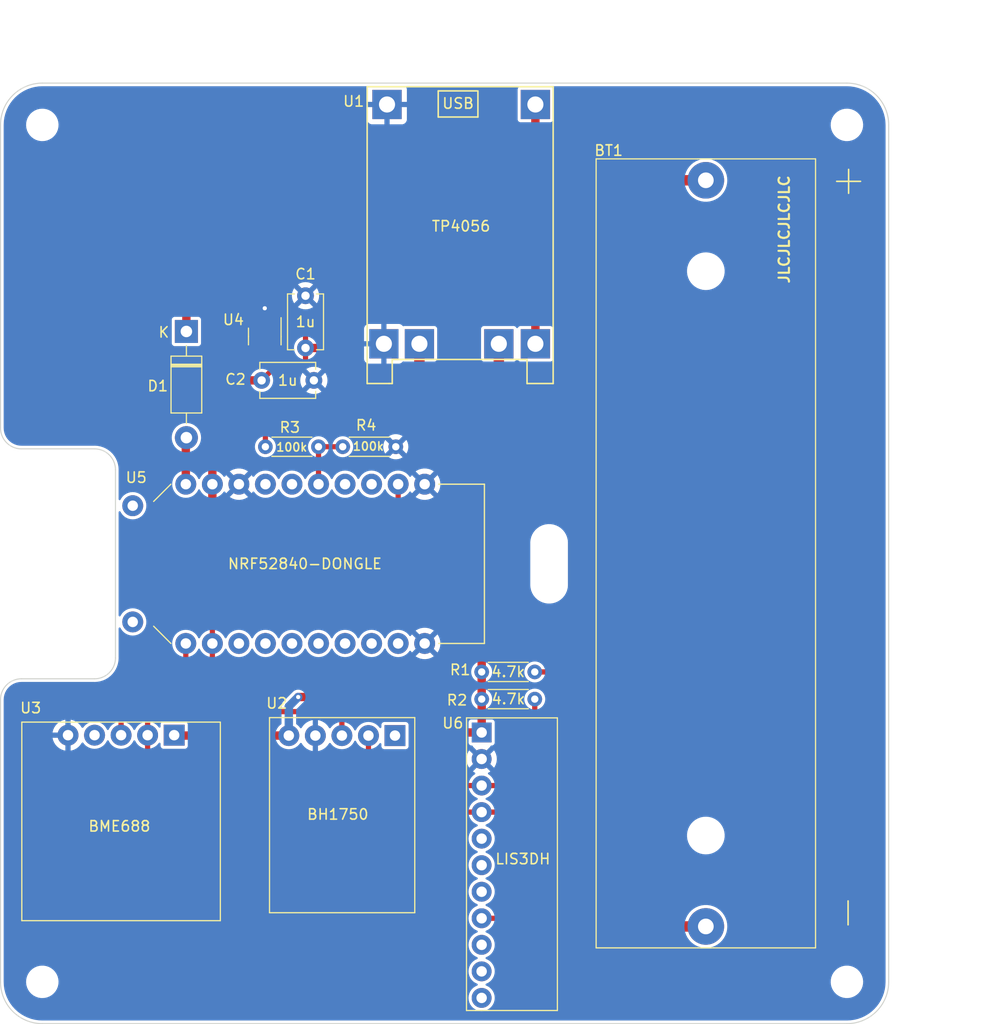
<source format=kicad_pcb>
(kicad_pcb (version 20211014) (generator pcbnew)
  (layers (0 "F.Cu" signal) (31 "B.Cu" power) (34 "B.Paste" user) (35 "F.Paste" user) (36 "B.SilkS" user "B.Silkscreen") (37 "F.SilkS" user "F.Silkscreen") (38 "B.Mask" user) (39 "F.Mask" user) (44 "Edge.Cuts" user))
  (net 0 "")
  (net 1 "VCC")
  (net 2 "GNDD")
  (net 3 "+3V0")
  (net 4 "Net-(D1-Pad1)")
  (net 5 "VBUS")
  (net 6 "/SDA")
  (net 7 "/SCL")
  (net 8 "Net-(R3-Pad2)")
  (net 14 "/INT1")
  (net 32 "Net-(BT1-Pad1)")
  (net 33 "Net-(BT1-Pad2)")
  (footprint "MountingHole:MountingHole_2.5mm" (layer "F.Cu") (at 104 146)
    (fp_text reference "H4" hide)
    (fp_text value "MountingHole" hide)
    (pad "" np_thru_hole circle locked (at 0 0) (size 2.5 2.5) (drill 2.5) (layers F&B.Cu *.Mask))
  )
  (footprint "MountingHole:MountingHole_2.5mm" (layer "F.Cu") (at 104 64)
    (fp_text reference "H1" hide)
    (fp_text value "MountingHole" hide)
    (pad "" np_thru_hole circle locked (at 0 0) (size 2.5 2.5) (drill 2.5) (layers F&B.Cu *.Mask))
  )
  (footprint "custom:Slot" (layer "F.Cu") (at 152.5 106)
    (fp_text reference "H5" hide)
    (fp_text value "MountingHole" hide)
    (pad "" np_thru_hole oval (at 0 0) (size 3 7) (drill oval 3 7) (layers F&B.Cu *.Mask))
  )
  (footprint "Capacitor_THT:C_Disc_D5.1mm_W3.2mm_P5.00mm" (layer "F.Cu") (at 124.988 88.446)
    (fp_text reference "C2" (at -2.5 -0.1) (layer "F.SilkS"))
    (fp_text value "1u" (at 2.5 0) (layer "F.SilkS"))
    (fp_line (start -0.17 -1.721) (end 5.17 -1.721) (layer "F.SilkS") (width 0.12))
    (fp_line (start -0.17 1.055) (end -0.17 1.721) (layer "F.SilkS") (width 0.12))
    (fp_line (start -0.17 -1.721) (end -0.17 -1.055) (layer "F.SilkS") (width 0.12))
    (fp_line (start 5.17 1.055) (end 5.17 1.721) (layer "F.SilkS") (width 0.12))
    (fp_line (start -0.17 1.721) (end 5.17 1.721) (layer "F.SilkS") (width 0.12))
    (fp_line (start 5.17 -1.721) (end 5.17 -1.055) (layer "F.SilkS") (width 0.12))
    (pad "1" thru_hole circle locked (at 0 0) (size 1.6 1.6) (drill 0.8) (layers F&B.Cu *.Mask) (net 3 "+3V0"))
    (pad "2" thru_hole circle locked (at 5 0) (size 1.6 1.6) (drill 0.8) (layers F&B.Cu *.Mask) (net 2 "GNDD"))
  )
  (footprint "Package_TO_SOT_SMD:SOT-23-5" (layer "F.Cu") (at 125.288 84.246 -90)
    (fp_text reference "U4" (at -1.6 3) (layer "F.SilkS"))
    (fp_text value "BU30TD3WG" hide)
    (fp_line (start 0 -1.56) (end -1.8 -1.56) (layer "F.SilkS") (width 0.12))
    (fp_line (start 0 1.56) (end -0.8 1.56) (layer "F.SilkS") (width 0.12))
    (fp_line (start 0 -1.56) (end 0.8 -1.56) (layer "F.SilkS") (width 0.12))
    (fp_line (start 0 1.56) (end 0.8 1.56) (layer "F.SilkS") (width 0.12))
    (pad "1" smd roundrect locked (at -1.1375 -0.95 270) (size 1.325 0.6) (layers "F.Cu" "F.Paste" "F.Mask") (net 1 "VCC"))
    (pad "2" smd roundrect locked (at -1.1375 0 270) (size 1.325 0.6) (layers "F.Cu" "F.Paste" "F.Mask") (net 2 "GNDD"))
    (pad "3" smd roundrect locked (at -1.1375 0.95 270) (size 1.325 0.6) (layers "F.Cu" "F.Paste" "F.Mask") (net 1 "VCC"))
    (pad "4" smd roundrect locked (at 1.1375 0.95 270) (size 1.325 0.6) (layers "F.Cu" "F.Paste" "F.Mask"))
    (pad "5" smd roundrect locked (at 1.1375 -0.95 270) (size 1.325 0.6) (layers "F.Cu" "F.Paste" "F.Mask") (net 3 "+3V0"))
  )
  (footprint "custom:LIS3DH" (layer "F.Cu") (at 153.293 120.741 -90)
    (fp_text reference "U6" (at 0.505 10.005 unlocked) (layer "F.SilkS"))
    (fp_text value "LIS3DH" (at 13.505 3.305 unlocked) (layer "F.SilkS"))
    (fp_line (start 28 8.7) (end 28 0) (layer "F.SilkS") (width 0.12))
    (fp_line (start 0 8.7) (end 28 8.7) (layer "F.SilkS") (width 0.12))
    (fp_line (start 0 0) (end 28 0) (layer "F.SilkS") (width 0.12))
    (fp_line (start 0 0) (end 0 8.7) (layer "F.SilkS") (width 0.12))
    (pad "1" thru_hole rect locked (at 1.397 7.25) (size 1.9 1.9) (drill 1) (layers *.Cu *.Mask) (net 3 "+3V0"))
    (pad "2" thru_hole circle locked (at 3.937 7.25) (size 1.9 1.9) (drill 1) (layers *.Cu *.Mask) (net 2 "GNDD"))
    (pad "3" thru_hole circle locked (at 6.477 7.25) (size 1.9 1.9) (drill 1) (layers *.Cu *.Mask) (net 7 "/SCL"))
    (pad "4" thru_hole circle locked (at 9.017 7.25) (size 1.9 1.9) (drill 1) (layers *.Cu *.Mask) (net 6 "/SDA"))
    (pad "5" thru_hole circle locked (at 11.557 7.25) (size 1.9 1.9) (drill 1) (layers *.Cu *.Mask))
    (pad "6" thru_hole circle locked (at 14.097 7.25) (size 1.9 1.9) (drill 1) (layers *.Cu *.Mask))
    (pad "7" thru_hole circle locked (at 16.637 7.25) (size 1.9 1.9) (drill 1) (layers *.Cu *.Mask))
    (pad "8" thru_hole circle locked (at 19.177 7.25) (size 1.9 1.9) (drill 1) (layers *.Cu *.Mask) (net 14 "/INT1"))
    (pad "9" thru_hole circle locked (at 21.717 7.25) (size 1.9 1.9) (drill 1) (layers *.Cu *.Mask))
    (pad "10" thru_hole circle locked (at 24.257 7.25) (size 1.9 1.9) (drill 1) (layers *.Cu *.Mask))
    (pad "11" thru_hole circle locked (at 26.797 7.25) (size 1.9 1.9) (drill 1) (layers *.Cu *.Mask))
  )
  (footprint "custom:BH1750" (layer "F.Cu") (at 139.643 139.3855 180)
    (fp_text reference "U2" (at 13.205 20.0395 unlocked) (layer "F.SilkS"))
    (fp_text value "BH1750" (at 7.363 9.409 unlocked) (layer "F.SilkS"))
    (fp_line (start 13.9 0) (end 13.9 18.669) (layer "F.SilkS") (width 0.12))
    (fp_line (start 0 0) (end 0 18.669) (layer "F.SilkS") (width 0.12))
    (fp_line (start 0 0) (end 13.9 0) (layer "F.SilkS") (width 0.12))
    (fp_line (start 0 18.669) (end 13.9 18.669) (layer "F.SilkS") (width 0.12))
    (pad "1" thru_hole rect locked (at 1.893 16.95 270) (size 2 2) (drill 1) (layers *.Cu *.Mask))
    (pad "2" thru_hole oval locked (at 4.433 16.95 270) (size 2 2) (drill 1) (layers *.Cu *.Mask) (net 6 "/SDA"))
    (pad "3" thru_hole oval locked (at 6.973 16.95 270) (size 2 2) (drill 1) (layers *.Cu *.Mask) (net 7 "/SCL"))
    (pad "4" thru_hole oval locked (at 9.513 16.95 270) (size 2 2) (drill 1) (layers *.Cu *.Mask) (net 2 "GNDD"))
    (pad "5" thru_hole oval locked (at 12.053 16.95 270) (size 2 2) (drill 1) (layers *.Cu *.Mask) (net 3 "+3V0"))
  )
  (footprint "custom:BHC-18650-1P" (layer "F.Cu") (at 167.5 105 -90)
    (fp_text reference "BT1" (at -38.55 9.3 unlocked) (layer "F.SilkS"))
    (fp_text value "3.7V Li-ion")
    (fp_text user "+" (at -35.6 -13.9 -90 unlocked) (layer "F.SilkS") (effects (font (size 3 3))))
    (fp_text user "-" (at 34.4 -13.85 -90 unlocked) (layer "F.SilkS") (effects (font (size 3 3))))
    (fp_line (start -37.75 10.5) (end -37.75 -10.5) (layer "F.SilkS") (width 0.12))
    (fp_line (start -37.75 -10.5) (end 37.75 -10.5) (layer "F.SilkS") (width 0.12))
    (fp_line (start 37.75 10.5) (end 37.75 -10.5) (layer "F.SilkS") (width 0.12))
    (fp_line (start -37.75 10.5) (end 37.75 10.5) (layer "F.SilkS") (width 0.12))
    (pad "" np_thru_hole circle (at -27 0 270) (size 3 3) (drill 3) (layers F&B.Cu *.Mask))
    (pad "" np_thru_hole circle (at 27 0 270) (size 3 3) (drill 3) (layers F&B.Cu *.Mask))
    (pad "1" thru_hole oval (at -35.7 0 270) (size 3.5 3.5) (drill 1.5) (layers *.Cu *.Mask) (net 32 "Net-(BT1-Pad1)"))
    (pad "2" thru_hole oval (at 35.7 0 270) (size 3.5 3.5) (drill 1.5) (layers *.Cu *.Mask) (net 33 "Net-(BT1-Pad2)"))
  )
  (footprint "MountingHole:MountingHole_2.5mm" (layer "F.Cu") (at 181 146)
    (fp_text reference "H3" hide)
    (fp_text value "MountingHole" hide)
    (pad "" np_thru_hole circle locked (at 0 0) (size 2.5 2.5) (drill 2.5) (layers F&B.Cu *.Mask))
  )
  (footprint "Resistor_THT:R_Axial_DIN0204_L3.6mm_D1.6mm_P5.08mm_Horizontal" (layer "F.Cu") (at 151.128 118.946 180)
    (fp_text reference "R2" (at 7.44 -0.1 180) (layer "F.SilkS"))
    (fp_text value "4.7k" (at 2.526 0.012) (layer "F.SilkS"))
    (fp_line (start 0.62 -0.92) (end 4.46 -0.92) (layer "F.SilkS") (width 0.12))
    (fp_line (start 0.62 0.92) (end 4.46 0.92) (layer "F.SilkS") (width 0.12))
    (pad "1" thru_hole circle locked (at 0 0 180) (size 1.4 1.4) (drill 0.7) (layers *.Cu *.Mask) (net 7 "/SCL"))
    (pad "2" thru_hole oval locked (at 5.08 0 180) (size 1.4 1.4) (drill 0.7) (layers *.Cu *.Mask) (net 3 "+3V0"))
  )
  (footprint "MountingHole:MountingHole_2.5mm" (layer "F.Cu") (at 181 64)
    (fp_text reference "H2" hide)
    (fp_text value "MountingHole" hide)
    (pad "" np_thru_hole circle locked (at 0 0) (size 2.5 2.5) (drill 2.5) (layers F&B.Cu *.Mask))
  )
  (footprint "LOGO" (layer "F.Cu") (at 108.5 81 90)
    (fp_text reference "G***" hide)
    (fp_text value "LOGO" hide)
    (fp_poly (pts (xy -2.922594 -2.758074) (xy -2.675187 -2.928295) (xy -2.472794 -3.052527) (xy -2.247305 -3.169709) (xy -2.157091 -3.209822) (xy -2.102394 -3.231309) (xy -2.04506 -3.24988) (xy -1.977224 -3.265785) (xy -1.89102 -3.279272) (xy -1.778584 -3.29059) (xy -1.632051 -3.299988) (xy -1.443555 -3.307714) (xy -1.205231 -3.314018) (xy -0.909213 -3.319147) (xy -0.547638 -3.323351) (xy -0.11264 -3.326879) (xy 0.403647 -3.329979) (xy 1.009087 -3.3329) (xy 1.711546 -3.33589) (xy 1.846548 -3.336445) (xy 5.579498 -3.351761) (xy 5.579498 -0.690972) (xy 5.846631 -0.882888) (xy 5.995273 -0.984915) (xy 6.137142 -1.067652) (xy 6.285265 -1.133098) (xy 6.452667 -1.183256) (xy 6.652372 -1.220127) (xy 6.897406 -1.245712) (xy 7.200795 -1.262013) (xy 7.575564 -1.271031) (xy 8.034738 -1.274768) (xy 8.40055 -1.275314) (xy 10.043096 -1.275314) (xy 10.042694 1.049477) (xy 10.041809 1.676638) (xy 10.038866 2.207705) (xy 10.03309 2.652854) (xy 10.0237 3.022262) (xy 10.00992 3.326101) (xy 9.990971 3.57455) (xy 9.966075 3.777781) (xy 9.934454 3.945972) (xy 9.895329 4.089297) (xy 9.847923 4.217931) (xy 9.791458 4.342051) (xy 9.790797 4.343401) (xy 9.609352 4.625099) (xy 9.356115 4.899635) (xy 9.063172 5.137398) (xy 8.762609 5.308779) (xy 8.729766 5.322587) (xy 8.659571 5.350268) (xy 8.591422 5.373546) (xy 8.515772 5.39286) (xy 8.423074 5.408651) (xy 8.303782 5.421359) (xy 8.148351 5.431423) (xy 7.947232 5.439283) (xy 7.690881 5.445379) (xy 7.36975 5.450152) (xy 6.974294 5.45404) (xy 6.494965 5.457485) (xy 5.922218 5.460925) (xy 5.700101 5.462197) (xy 2.977817 5.477741) (xy 2.949163 3.170971) (xy 2.612041 3.102236) (xy 2.18698 2.979408) (xy 1.827231 2.791804) (xy 1.531765 2.551662) (xy 1.277304 2.306394) (xy 1.10361 2.564288) (xy 0.954144 2.744207) (xy 0.756526 2.927751) (xy 0.619019 3.031333) (xy 0.500396 3.110399) (xy 0.392212 3.177296) (xy 0.284769 3.233041) (xy 0.168366 3.278651) (xy 0.033305 3.315142) (xy -0.130114 3.343532) (xy -0.331591 3.364838) (xy -0.580824 3.380076) (xy -0.887514 3.390263) (xy -1.26136 3.396415) (xy -1.71206 3.399551) (xy -2.249316 3.400686) (xy -2.882825 3.400837) (xy -5.579498 3.400837) (xy -5.579498 0.797248) (xy -5.831904 0.978084) (xy -5.974974 1.076746) (xy -6.109336 1.156562) (xy -6.248082 1.219518) (xy -6.404303 1.2676) (xy -6.591093 1.302795) (xy -6.821543 1.32709) (xy -7.108745 1.34247) (xy -7.465791 1.350923) (xy -7.905774 1.354434) (xy -8.316109 1.355021) (xy -9.963389 1.355021) (xy -9.966955 0.803603) (xy -9.40544 0.803603) (xy -8.037134 0.787052) (xy -7.615333 0.781391) (xy -7.285378 0.775067) (xy -7.03284 0.766922) (xy -6.84329 0.755799) (xy -6.702299 0.740539) (xy -6.595438 0.719986) (xy -6.508278 0.692981) (xy -6.426391 0.658367) (xy -6.424957 0.657705) (xy -6.095152 0.44856) (xy -5.830588 0.163139) (xy -5.643024 -0.182996) (xy -5.5566 -0.491527) (xy -5.521544 -0.690795) (xy -6.609487 -0.690795) (xy -7.006659 -0.692151) (xy -7.310103 -0.698164) (xy -7.532352 -0.711753) (xy -7.685943 -0.735838) (xy -7.783407 -0.773338) (xy -7.83728 -0.827171) (xy -7.860095 -0.900256) (xy -7.864435 -0.983054) (xy -7.858606 -1.07558) (xy -7.832759 -1.146263) (xy -7.774356 -1.198025) (xy -7.670859 -1.233789) (xy -7.509729 -1.256477) (xy -7.278428 -1.26901) (xy -6.964419 -1.274311) (xy -6.610396 -1.275314) (xy -5.523361 -1.275314) (xy -5.538145 -2.005962) (xy -5.552929 -2.736611) (xy -6.638176 -2.751025) (xy -7.049204 -2.759394) (xy -7.376994 -2.772266) (xy -7.615162 -2.789237) (xy -7.757323 -2.809906) (xy -7.793929 -2.823954) (xy -7.850449 -2.928628) (xy -7.860299 -3.073382) (xy -7.822552 -3.202369) (xy -7.80067 -3.230795) (xy -7.745006 -3.252121) (xy -7.620483 -3.268707) (xy -7.419369 -3.280896) (xy -7.133932 -3.289032) (xy -6.756438 -3.293458) (xy -6.365942 -3.29456) (xy -4.994979 -3.29456) (xy -4.994979 2.816318) (xy -2.64362 2.816022) (xy -2.044032 2.814659) (xy -1.511768 2.810826) (xy -1.053402 2.804664) (xy -0.675513 2.796317) (xy -0.384677 2.785926) (xy -0.18747 2.773635) (xy -0.094334 2.760757) (xy 0.160844 2.646258) (xy 0.415289 2.456091) (xy 0.637113 2.216193) (xy 0.716225 2.101468) (xy 0.876778 1.841961) (xy 0.908716 -0.690795) (xy -0.15673 -0.690795) (xy -0.520871 -0.691433) (xy -0.793855 -0.694261) (xy -0.990797 -0.700651) (xy -1.126812 -0.711973) (xy -1.217016 -0.729599) (xy -1.276524 -0.754898) (xy -1.320453 -0.789243) (xy -1.328452 -0.797071) (xy -1.42119 -0.932331) (xy -1.410448 -1.06072) (xy -1.328452 -1.169037) (xy -1.290742 -1.201602) (xy -1.242042 -1.226747) (xy -1.169223 -1.245428) (xy -1.059155 -1.2586) (xy -0.898711 -1.267218) (xy -0.67476 -1.272237) (xy -0.374174 -1.274611) (xy 0.016177 -1.275295) (xy 0.132845 -1.275314) (xy 1.487866 -1.275314) (xy 1.487866 0.024576) (xy 1.489972 0.498445) (xy 1.498269 0.880199) (xy 1.515721 1.183948) (xy 1.545295 1.423804) (xy 1.589956 1.61388) (xy 1.652669 1.768286) (xy 1.736401 1.901134) (xy 1.844116 2.026535) (xy 1.925747 2.108182) (xy 2.125911 2.285321) (xy 2.3123 2.405325) (xy 2.51598 2.480227) (xy 2.768019 2.522059) (xy 3.042154 2.540543) (xy 3.560251 2.562988) (xy 3.560251 4.892798) (xy 5.964749 4.877466) (xy 6.533011 4.873722) (xy 7.00497 4.870058) (xy 7.390597 4.865972) (xy 7.699863 4.860959) (xy 7.942739 4.854518) (xy 8.129196 4.846144) (xy 8.269205 4.835335) (xy 8.372737 4.821587) (xy 8.449764 4.804399) (xy 8.510257 4.783265) (xy 8.564186 4.757685) (xy 8.587988 4.745113) (xy 8.882554 4.558238) (xy 9.100128 4.34489) (xy 9.269956 4.075795) (xy 9.283163 4.049339) (xy 9.432008 3.746234) (xy 9.432008 1.355021) (xy 8.346761 1.340607) (xy 7.935733 1.332238) (xy 7.607943 1.319366) (xy 7.369775 1.302394) (xy 7.227614 1.281726) (xy 7.191008 1.267678) (xy 7.134285 1.162723) (xy 7.124867 1.018613) (xy 7.162756 0.891357) (xy 7.191008 0.857845) (xy 7.272329 0.835147) (xy 7.453499 0.815903) (xy 7.728132 0.800516) (xy 8.089844 0.78939) (xy 8.346761 0.784916) (xy 9.432008 0.770502) (xy 9.446813 0.036674) (xy 9.461618 -0.697155) (xy 8.038654 -0.68069) (xy 7.574074 -0.674487) (xy 7.201881 -0.66558) (xy 6.908186 -0.65063) (xy 6.6791 -0.626298) (xy 6.500737 -0.589246) (xy 6.359208 -0.536135) (xy 6.240624 -0.463626) (xy 6.131098 -0.368382) (xy 6.016741 -0.247063) (xy 5.957689 -0.180444) (xy 5.842738 -0.039545) (xy 5.753401 0.100948) (xy 5.686541 0.256719) (xy 5.639021 0.443453) (xy 5.607703 0.676835) (xy 5.589449 0.97255) (xy 5.581121 1.346282) (xy 5.579498 1.710063) (xy 5.579498 2.816318) (xy 6.630436 2.816318) (xy 7.035846 2.818511) (xy 7.347136 2.826917) (xy 7.576408 2.844275) (xy 7.73576 2.873327) (xy 7.837293 2.916811) (xy 7.893106 2.977469) (xy 7.915301 3.058039) (xy 7.917573 3.107795) (xy 7.913637 3.192937) (xy 7.894193 3.259773) (xy 7.847784 3.310515) (xy 7.762955 3.347373) (xy 7.628249 3.37256) (xy 7.432211 3.388288) (xy 7.163386 3.396769) (xy 6.810316 3.400214) (xy 6.399774 3.400837) (xy 5.04898 3.400837) (xy 5.021548 -2.736611) (xy 4.290899 -2.751395) (xy 3.560251 -2.766179) (xy 3.560251 -0.855168) (xy 3.558882 -0.399203) (xy 3.554981 0.022922) (xy 3.548849 0.398793) (xy 3.540794 0.715996) (xy 3.531117 0.96212) (xy 3.520125 1.124751) (xy 3.510157 1.187601) (xy 3.414126 1.318497) (xy 3.27354 1.361522) (xy 3.112955 1.30954) (xy 3.105975 1.305065) (xy 2.975732 1.219726) (xy 2.975732 -2.768216) (xy 0.571234 -2.752414) (xy -1.833264 -2.736611) (xy -2.10628 -2.592606) (xy -2.302315 -2.46608) (xy -2.49227 -2.307126) (xy -2.568354 -2.227728) (xy -2.675625 -2.093608) (xy -2.758984 -1.961751) (xy -2.821389 -1.816585) (xy -2.865795 -1.642539) (xy -2.895161 -1.424039) (xy -2.912445 -1.145515) (xy -2.920603 -0.791393) (xy -2.922594 -0.3625) (xy -2.922594 0.797071) (xy -1.83706 0.797071) (xy -1.460839 0.798183) (xy -1.17689 0.802182) (xy -0.971224 0.81007) (xy -0.829855 0.822844) (xy -0.738793 0.841504) (xy -0.684052 0.86705) (xy -0.668022 0.880574) (xy -0.591513 1.013014) (xy -0.612942 1.169326) (xy -0.639527 1.225669) (xy -0.661032 1.256613) (xy -0.696666 1.280644) (xy -0.758809 1.298631) (xy -0.859839 1.311446) (xy -1.012135 1.31996) (xy -1.228075 1.325042) (xy -1.520037 1.327564) (xy -1.900401 1.328397) (xy -2.100824 1.328452) (xy -3.507113 1.328452) (xy -3.507113 -4.782427) (xy -5.885042 -4.781907) (xy -8.262971 -4.781388) (xy -8.528661 -4.657114) (xy -8.718832 -4.543626) (xy -8.916181 -4.3885) (xy -9.016631 -4.290713) (xy -9.106619 -4.18959) (xy -9.181539 -4.092709) (xy -9.24277 -3.989611) (xy -9.291691 -3.869836) (xy -9.329682 -3.722926) (xy -9.358121 -3.538422) (xy -9.378388 -3.305864) (xy -9.391863 -3.014793) (xy -9.399923 -2.65475) (xy -9.403948 -2.215277) (xy -9.405318 -1.685914) (xy -9.40544 -1.34211) (xy -9.40544 0.803603) (xy -9.966955 0.803603) (xy -9.97851 -0.983054) (xy -9.981361 -1.670357) (xy -9.980438 -2.262126) (xy -9.975774 -2.756334) (xy -9.967401 -3.150954) (xy -9.955354 -3.443957) (xy -9.939664 -3.633317) (xy -9.934834 -3.66626) (xy -9.806832 -4.11648) (xy -9.587721 -4.51489) (xy -9.282662 -4.854698) (xy -8.896816 -5.129111) (xy -8.77422 -5.193688) (xy -8.475523 -5.340376) (xy -5.699059 -5.355466) (xy -2.922594 -5.370555)) (layer "F.Cu") (width 0) (fill solid))
  )
  (footprint "Resistor_THT:R_Axial_DIN0204_L3.6mm_D1.6mm_P5.08mm_Horizontal" (layer "F.Cu") (at 137.828 94.796 180)
    (fp_text reference "R4" (at 2.84 2.05 180) (layer "F.SilkS"))
    (fp_text value "100k" (at 2.63 0.036 180) (layer "F.SilkS") (effects (font (size 0.8 0.8))))
    (fp_line (start 0.62 0.92) (end 4.46 0.92) (layer "F.SilkS") (width 0.12))
    (fp_line (start 0.62 -0.92) (end 4.46 -0.92) (layer "F.SilkS") (width 0.12))
    (pad "1" thru_hole circle locked (at 0 0 180) (size 1.4 1.4) (drill 0.7) (layers *.Cu *.Mask) (net 2 "GNDD"))
    (pad "2" thru_hole oval locked (at 5.08 0 180) (size 1.4 1.4) (drill 0.7) (layers *.Cu *.Mask) (net 8 "Net-(R3-Pad2)"))
  )
  (footprint "Resistor_THT:R_Axial_DIN0204_L3.6mm_D1.6mm_P5.08mm_Horizontal" (layer "F.Cu") (at 125.348 94.796)
    (fp_text reference "R3" (at 2.34 -1.85) (layer "F.SilkS"))
    (fp_text value "100k" (at 2.52 0.05) (layer "F.SilkS") (effects (font (size 0.8 0.8))))
    (fp_line (start 0.62 0.92) (end 4.46 0.92) (layer "F.SilkS") (width 0.12))
    (fp_line (start 0.62 -0.92) (end 4.46 -0.92) (layer "F.SilkS") (width 0.12))
    (pad "1" thru_hole circle locked (at 0 0) (size 1.4 1.4) (drill 0.7) (layers *.Cu *.Mask) (net 1 "VCC"))
    (pad "2" thru_hole oval locked (at 5.08 0) (size 1.4 1.4) (drill 0.7) (layers *.Cu *.Mask) (net 8 "Net-(R3-Pad2)"))
  )
  (footprint "custom:MODULE_NRF52840-DONGLE" (layer "F.Cu") (at 123.288 106 180)
    (fp_text reference "U5" (at 10.3 8.254) (layer "F.SilkS"))
    (fp_text value "NRF52840-DONGLE" (at -5.842 0) (layer "F.SilkS"))
    (fp_line (start -23.02 7.62) (end -18.65 7.62) (layer "F.SilkS") (width 0.127))
    (fp_line (start 6.985 -7.62) (end 8.636 -5.969) (layer "F.SilkS") (width 0.12))
    (fp_line (start -23.02 -7.62) (end -23.02 7.62) (layer "F.SilkS") (width 0.127))
    (fp_line (start 6.985 7.62) (end 8.636 5.969) (layer "F.SilkS") (width 0.12))
    (fp_line (start -18.65 -7.62) (end -23.02 -7.62) (layer "F.SilkS") (width 0.127))
    (pad "0.02" thru_hole circle locked (at -7.145 7.62 180) (size 2 2) (drill 1) (layers F&B.Cu *.Mask) (net 8 "Net-(R3-Pad2)"))
    (pad "0.09" thru_hole circle locked (at -12.225 -7.62 180) (size 2 2) (drill 1) (layers F&B.Cu *.Mask))
    (pad "0.10" thru_hole circle locked (at -14.765 -7.62 180) (size 2 2) (drill 1) (layers F&B.Cu *.Mask))
    (pad "0.13" thru_hole circle locked (at 5.555 -7.62 180) (size 2 2) (drill 1) (layers F&B.Cu *.Mask) (net 6 "/SDA"))
    (pad "0.15" thru_hole circle locked (at 3.015 -7.62 180) (size 2 2) (drill 1) (layers F&B.Cu *.Mask) (net 7 "/SCL"))
    (pad "0.17" thru_hole circle locked (at 0.475 -7.62 180) (size 2 2) (drill 1) (layers F&B.Cu *.Mask))
    (pad "0.20" thru_hole circle locked (at -2.065 -7.62 180) (size 2 2) (drill 1) (layers F&B.Cu *.Mask))
    (pad "0.22" thru_hole circle locked (at -4.605 -7.62 180) (size 2 2) (drill 1) (layers F&B.Cu *.Mask))
    (pad "0.24" thru_hole circle locked (at -7.145 -7.62 180) (size 2 2) (drill 1) (layers F&B.Cu *.Mask))
    (pad "0.29" thru_hole circle locked (at -4.605 7.62 180) (size 2 2) (drill 1) (layers F&B.Cu *.Mask))
    (pad "0.31" thru_hole circle locked (at -2.065 7.62 180) (size 2 2) (drill 1) (layers F&B.Cu *.Mask))
    (pad "1.00" thru_hole circle locked (at -9.685 -7.62 180) (size 2 2) (drill 1) (layers F&B.Cu *.Mask))
    (pad "1.10" thru_hole circle locked (at -14.765 7.62 180) (size 2 2) (drill 1) (layers F&B.Cu *.Mask) (net 14 "/INT1"))
    (pad "1.13" thru_hole circle locked (at -12.225 7.62 180) (size 2 2) (drill 1) (layers F&B.Cu *.Mask))
    (pad "1.15" thru_hole circle locked (at -9.685 7.62 180) (size 2 2) (drill 1) (layers F&B.Cu *.Mask))
    (pad "G1" thru_hole circle locked (at -17.305 -7.62 180) (size 2 2) (drill 1) (layers F&B.Cu *.Mask) (net 2 "GNDD"))
    (pad "G2" thru_hole circle locked (at -17.305 7.62 180) (size 2 2) (drill 1) (layers F&B.Cu *.Mask) (net 2 "GNDD"))
    (pad "G3" thru_hole circle locked (at 0.475 7.62 180) (size 2 2) (drill 1) (layers F&B.Cu *.Mask) (net 2 "GNDD"))
    (pad "OUT" thru_hole circle locked (at 3.015 7.62 180) (size 2 2) (drill 1) (layers F&B.Cu *.Mask) (net 3 "+3V0"))
    (pad "SWDCLK" thru_hole circle locked (at 10.635 5.56 180) (size 2 2) (drill 1) (layers F&B.Cu *.Mask))
    (pad "SWDIO" thru_hole circle locked (at 10.635 -5.56 180) (size 2 2) (drill 1) (layers F&B.Cu *.Mask))
    (pad "VBUS" thru_hole circle locked (at 5.555 7.62 180) (size 2 2) (drill 1) (layers F&B.Cu *.Mask) (net 5 "VBUS"))
  )
  (footprint "custom:BME688" (layer "F.Cu") (at 111.538 130.646 180)
    (fp_text reference "U3" (at 8.65 10.85 unlocked) (layer "F.SilkS"))
    (fp_text value "BME688" (at 0.16 -0.47 unlocked) (layer "F.SilkS"))
    (fp_line (start -9.5 9.5) (end 9.5 9.5) (layer "F.SilkS") (width 0.12))
    (fp_line (start -9.5 -9.5) (end 9.5 -9.5) (layer "F.SilkS") (width 0.12))
    (fp_line (start -9.5 -9.5) (end -9.5 9.5) (layer "F.SilkS") (width 0.12))
    (fp_line (start 9.5 -9.5) (end 9.5 9.5) (layer "F.SilkS") (width 0.12))
    (pad "1" thru_hole rect locked (at -5.08 8.25 270) (size 2 2) (drill 1) (layers *.Cu *.Mask) (net 3 "+3V0"))
    (pad "2" thru_hole oval locked (at -2.54 8.25 270) (size 2 2) (drill 1) (layers *.Cu *.Mask) (net 6 "/SDA"))
    (pad "3" thru_hole oval locked (at 0 8.25 270) (size 2 2) (drill 1) (layers *.Cu *.Mask) (net 7 "/SCL"))
    (pad "4" thru_hole oval locked (at 2.54 8.25 270) (size 2 2) (drill 1) (layers *.Cu *.Mask))
    (pad "5" thru_hole oval locked (at 5.08 8.25 270) (size 2 2) (drill 1) (layers *.Cu *.Mask) (net 2 "GNDD"))
  )
  (footprint "custom:TP4056-18650" (layer "F.Cu") (at 152.888 60.346 -90)
    (fp_text reference "U1" (at 1.4 19.09) (layer "F.SilkS"))
    (fp_text value "TP4056" (at 13.3505 8.8125) (layer "F.SilkS"))
    (fp_text user "USB" (at 1.6 9.1) (layer "F.SilkS"))
    (fp_line (start 28.4 15.4) (end 28.4 15.7) (layer "F.SilkS") (width 0.15))
    (fp_line (start 26.1 2.5) (end 26.1 15.4) (layer "F.SilkS") (width 0.15))
    (fp_line (start 2.9 11) (end 0.4 11) (layer "F.SilkS") (width 0.15))
    (fp_line (start 0.4 7.2) (end 2.9 7.2) (layer "F.SilkS") (width 0.15))
    (fp_line (start 28.4 17.8) (end 0 17.8) (layer "F.SilkS") (width 0.15))
    (fp_line (start 26.3 0) (end 28.4 0) (layer "F.SilkS") (width 0.15))
    (fp_line (start 0 0) (end 26.3 0) (layer "F.SilkS") (width 0.15))
    (fp_line (start 28.4 0) (end 28.4 2.5) (layer "F.SilkS") (width 0.15))
    (fp_line (start 28.4 2.5) (end 26.1 2.5) (layer "F.SilkS") (width 0.15))
    (fp_line (start 28.4 15.7) (end 28.4 17.8) (layer "F.SilkS") (width 0.15))
    (fp_line (start 2.9 7.2) (end 2.9 11) (layer "F.SilkS") (width 0.15))
    (fp_line (start 26.1 15.4) (end 26.4 15.4) (layer "F.SilkS") (width 0.15))
    (fp_line (start 0 17.8) (end 0 0) (layer "F.SilkS") (width 0.15))
    (fp_line (start 26.3 15.4) (end 28.4 15.4) (layer "F.SilkS") (width 0.15))
    (fp_line (start 0.4 11) (end 0.4 7.3) (layer "F.SilkS") (width 0.15))
    (pad "1" thru_hole rect locked (at 1.7 1.7 270) (size 2.8 2.8) (drill 1.54) (layers F&B.Cu *.Mask) (net 4 "Net-(D1-Pad1)"))
    (pad "2" thru_hole rect locked (at 1.7 15.9 270) (size 2.8 2.8) (drill 1.54) (layers F&B.Cu *.Mask) (net 2 "GNDD"))
    (pad "3" thru_hole rect locked (at 24.6 1.7 270) (size 2.8 2.8) (drill 1.54) (layers F&B.Cu *.Mask) (net 1 "VCC"))
    (pad "4" thru_hole rect locked (at 24.6 5.2 270) (size 2.8 2.8) (drill 1.54) (layers F&B.Cu *.Mask) (net 32 "Net-(BT1-Pad1)"))
    (pad "5" thru_hole rect locked (at 24.6 12.8 270) (size 2.8 2.8) (drill 1.54) (layers F&B.Cu *.Mask) (net 33 "Net-(BT1-Pad2)"))
    (pad "6" thru_hole rect locked (at 24.6 16.2 270) (size 2.8 2.8) (drill 1.54) (layers F&B.Cu *.Mask) (net 2 "GNDD"))
  )
  (footprint "Capacitor_THT:C_Disc_D5.1mm_W3.2mm_P5.00mm" (layer "F.Cu") (at 129.188 85.346 90)
    (fp_text reference "C1" (at 7.072 0) (layer "F.SilkS"))
    (fp_text value "1u" (at 2.5 0 180) (layer "F.SilkS"))
    (fp_line (start -0.17 1.721) (end 5.17 1.721) (layer "F.SilkS") (width 0.12))
    (fp_line (start 5.17 -1.721) (end 5.17 -1.055) (layer "F.SilkS") (width 0.12))
    (fp_line (start -0.17 -1.721) (end 5.17 -1.721) (layer "F.SilkS") (width 0.12))
    (fp_line (start -0.17 -1.721) (end -0.17 -1.055) (layer "F.SilkS") (width 0.12))
    (fp_line (start 5.17 1.055) (end 5.17 1.721) (layer "F.SilkS") (width 0.12))
    (fp_line (start -0.17 1.055) (end -0.17 1.721) (layer "F.SilkS") (width 0.12))
    (pad "1" thru_hole circle locked (at 0 0 90) (size 1.6 1.6) (drill 0.8) (layers F&B.Cu *.Mask) (net 1 "VCC"))
    (pad "2" thru_hole circle locked (at 5 0 90) (size 1.6 1.6) (drill 0.8) (layers F&B.Cu *.Mask) (net 2 "GNDD"))
  )
  (footprint "Resistor_THT:R_Axial_DIN0204_L3.6mm_D1.6mm_P5.08mm_Horizontal" (layer "F.Cu") (at 146.048 116.346)
    (fp_text reference "R1" (at -2.06 -0.2) (layer "F.SilkS"))
    (fp_text value "4.7k" (at 2.54 -0.012) (layer "F.SilkS"))
    (fp_line (start 0.62 0.92) (end 4.46 0.92) (layer "F.SilkS") (width 0.12))
    (fp_line (start 0.62 -0.92) (end 4.46 -0.92) (layer "F.SilkS") (width 0.12))
    (pad "1" thru_hole circle locked (at 0 0) (size 1.4 1.4) (drill 0.7) (layers *.Cu *.Mask) (net 3 "+3V0"))
    (pad "2" thru_hole oval locked (at 5.08 0) (size 1.4 1.4) (drill 0.7) (layers *.Cu *.Mask) (net 6 "/SDA"))
  )
  (footprint "Diode_THT:D_DO-41_SOD81_P10.16mm_Horizontal" (layer "F.Cu") (at 117.788 83.766 -90)
    (fp_text reference "D1" (at 5.22 2.74) (layer "F.SilkS"))
    (fp_text value "1N5817" hide)
    (fp_text user "K" (at 0.08 2.16) (layer "F.SilkS"))
    (fp_line (start 1.34 0) (end 2.36 0) (layer "F.SilkS") (width 0.12))
    (fp_line (start 7.8 1.47) (end 7.8 -1.47) (layer "F.SilkS") (width 0.12))
    (fp_line (start 3.14 -1.47) (end 3.14 1.47) (layer "F.SilkS") (width 0.12))
    (fp_line (start 2.36 -1.47) (end 2.36 1.47) (layer "F.SilkS") (width 0.12))
    (fp_line (start 3.38 -1.47) (end 3.38 1.47) (layer "F.SilkS") (width 0.12))
    (fp_line (start 3.26 -1.47) (end 3.26 1.47) (layer "F.SilkS") (width 0.12))
    (fp_line (start 2.36 1.47) (end 7.8 1.47) (layer "F.SilkS") (width 0.12))
    (fp_line (start 8.82 0) (end 7.8 0) (layer "F.SilkS") (width 0.12))
    (fp_line (start 7.8 -1.47) (end 2.36 -1.47) (layer "F.SilkS") (width 0.12))
    (pad "1" thru_hole rect locked (at 0 0 270) (size 2.2 2.2) (drill 1.1) (layers F&B.Cu *.Mask) (net 4 "Net-(D1-Pad1)"))
    (pad "2" thru_hole oval locked (at 10.16 0 270) (size 2.2 2.2) (drill 1.1) (layers F&B.Cu *.Mask) (net 5 "VBUS"))
  )
  (gr_arc (start 100 64) (mid 101.171573 61.171573) (end 104 60) (layer "Edge.Cuts") (width 0.1))
  (gr_arc (start 181 60) (mid 183.828427 61.171573) (end 185 64) (layer "Edge.Cuts") (width 0.1))
  (gr_arc (start 102 95) (mid 100.585786 94.414214) (end 100 93) (layer "Edge.Cuts") (width 0.1))
  (gr_line (start 185 64) (end 185 146) (layer "Edge.Cuts") (width 0.1))
  (gr_arc (start 109 95) (mid 110.414214 95.585786) (end 111 97) (layer "Edge.Cuts") (width 0.1))
  (gr_arc (start 111 115) (mid 110.414214 116.414214) (end 109 117) (layer "Edge.Cuts") (width 0.1))
  (gr_line (start 111 97) (end 111 115) (layer "Edge.Cuts") (width 0.1))
  (gr_line (start 100 146) (end 100 119) (layer "Edge.Cuts") (width 0.1))
  (gr_line (start 102 117) (end 109 117) (layer "Edge.Cuts") (width 0.1))
  (gr_arc (start 185 146) (mid 183.828427 148.828427) (end 181 150) (layer "Edge.Cuts") (width 0.1))
  (gr_line (start 100 64) (end 100 93) (layer "Edge.Cuts") (width 0.1))
  (gr_line (start 102 95) (end 109 95) (layer "Edge.Cuts") (width 0.1))
  (gr_line (start 104 60) (end 181 60) (layer "Edge.Cuts") (width 0.1))
  (gr_arc (start 100 119) (mid 100.585786 117.585786) (end 102 117) (layer "Edge.Cuts") (width 0.1))
  (gr_line (start 181 150) (end 104 150) (layer "Edge.Cuts") (width 0.1))
  (gr_arc (start 104 150) (mid 101.171573 148.828427) (end 100 146) (layer "Edge.Cuts") (width 0.1))
  (gr_text "PCB v1.0" (at 113.998 67.196) (layer "F.Cu") (effects (font (size 1.5 1.5) (thickness 0.3) italic)))
  (gr_text "Lyubomir Nachev" (at 118.648 63.996) (layer "F.Cu") (effects (font (size 1.5 1.5) (thickness 0.3) italic)))
  (gr_text "JLCJLCJLCJLC" (at 175 74 90) (layer "F.SilkS") (effects (font (size 1 1) (thickness 0.2))))
  (segment (start 134.858 81.086) (end 149.938 81.086) (width 0.8) (layer "F.Cu") (net 1))
  (segment (start 151.188 82.336) (end 151.188 84.946) (width 0.8) (layer "F.Cu") (net 1))
  (segment (start 132.198 85.346) (end 133.498 84.046) (width 0.8) (layer "F.Cu") (net 1))
  (segment (start 127.398 88.446) (end 127.398 90.546) (width 0.5) (layer "F.Cu") (net 1))
  (segment (start 149.938 81.086) (end 151.188 82.336) (width 0.8) (layer "F.Cu") (net 1))
  (segment (start 124.888 80.446) (end 125.688 80.446) (width 0.5) (layer "F.Cu") (net 1))
  (segment (start 126.238 80.996) (end 126.238 83.1085) (width 0.5) (layer "F.Cu") (net 1))
  (segment (start 133.498 84.046) (end 133.498 82.446) (width 0.8) (layer "F.Cu") (net 1))
  (segment (start 127.398 90.546) (end 125.348 92.596) (width 0.5) (layer "F.Cu") (net 1))
  (segment (start 124.338 83.1085) (end 124.338 80.996) (width 0.5) (layer "F.Cu") (net 1))
  (segment (start 124.338 80.996) (end 124.888 80.446) (width 0.5) (layer "F.Cu") (net 1))
  (segment (start 128.4605 83.1085) (end 129.188 83.836) (width 0.5) (layer "F.Cu") (net 1))
  (segment (start 133.498 82.446) (end 134.858 81.086) (width 0.8) (layer "F.Cu") (net 1))
  (segment (start 129.188 83.836) (end 129.188 85.346) (width 0.5) (layer "F.Cu") (net 1))
  (segment (start 126.238 83.1085) (end 128.4605 83.1085) (width 0.5) (layer "F.Cu") (net 1))
  (segment (start 129.188 86.656) (end 127.398 88.446) (width 0.5) (layer "F.Cu") (net 1))
  (segment (start 125.348 92.596) (end 125.348 94.796) (width 0.5) (layer "F.Cu") (net 1))
  (segment (start 129.188 85.346) (end 132.198 85.346) (width 0.8) (layer "F.Cu") (net 1))
  (segment (start 129.188 85.346) (end 129.188 86.656) (width 0.5) (layer "F.Cu") (net 1))
  (segment (start 125.688 80.446) (end 126.238 80.996) (width 0.5) (layer "F.Cu") (net 1))
  (segment (start 125.288 83.1085) (end 125.288 81.546) (width 0.5) (layer "F.Cu") (net 2))
  (via (at 125.288 81.546) (size 0.8) (drill 0.4) (layers "F.Cu" "B.Cu") (net 2))
  (segment (start 140.198 118.746) (end 143.59 122.138) (width 0.8) (layer "F.Cu") (net 3))
  (segment (start 143.59 122.138) (end 146.043 122.138) (width 0.8) (layer "F.Cu") (net 3))
  (segment (start 146.048 107.896) (end 141.898 103.746) (width 0.8) (layer "F.Cu") (net 3))
  (segment (start 141.898 103.746) (end 123.428 103.746) (width 0.8) (layer "F.Cu") (net 3))
  (segment (start 146.048 116.346) (end 146.048 107.896) (width 0.8) (layer "F.Cu") (net 3))
  (segment (start 123.428 103.746) (end 120.273 100.591) (width 0.8) (layer "F.Cu") (net 3))
  (segment (start 120.273 100.591) (end 120.273 98.38) (width 0.8) (layer "F.Cu") (net 3))
  (segment (start 127.59 122.4355) (end 116.6575 122.4355) (width 0.8) (layer "F.Cu") (net 3))
  (segment (start 128.488 118.746) (end 140.198 118.746) (width 0.8) (layer "F.Cu") (net 3))
  (segment (start 146.048 118.946) (end 146.048 122.133) (width 0.8) (layer "F.Cu") (net 3))
  (segment (start 126.238 85.3835) (end 126.238 87.196) (width 0.5) (layer "F.Cu") (net 3))
  (segment (start 146.048 122.133) (end 146.043 122.138) (width 0.8) (layer "F.Cu") (net 3))
  (segment (start 126.238 87.196) (end 124.988 88.446) (width 0.5) (layer "F.Cu") (net 3))
  (segment (start 120.273 90.771) (end 122.598 88.446) (width 0.8) (layer "F.Cu") (net 3))
  (segment (start 116.6575 122.4355) (end 116.618 122.396) (width 0.8) (layer "F.Cu") (net 3))
  (segment (start 146.048 116.346) (end 146.048 118.946) (width 0.8) (layer "F.Cu") (net 3))
  (segment (start 120.273 98.38) (end 120.273 90.771) (width 0.8) (layer "F.Cu") (net 3))
  (segment (start 122.598 88.446) (end 124.988 88.446) (width 0.8) (layer "F.Cu") (net 3))
  (via (at 128.488 118.746) (size 0.8) (drill 0.4) (layers "F.Cu" "B.Cu") (net 3))
  (segment (start 127.59 122.4355) (end 127.59 119.644) (width 0.8) (layer "B.Cu") (net 3))
  (segment (start 127.59 119.644) (end 128.488 118.746) (width 0.8) (layer "B.Cu") (net 3))
  (segment (start 122.098 69.746) (end 145.798 69.746) (width 0.8) (layer "F.Cu") (net 4))
  (segment (start 145.798 69.746) (end 151.188 64.356) (width 0.8) (layer "F.Cu") (net 4))
  (segment (start 151.188 64.356) (end 151.188 62.046) (width 0.8) (layer "F.Cu") (net 4))
  (segment (start 117.788 83.766) (end 117.788 74.056) (width 0.8) (layer "F.Cu") (net 4))
  (segment (start 117.788 74.056) (end 122.098 69.746) (width 0.8) (layer "F.Cu") (net 4))
  (segment (start 117.733 93.981) (end 117.788 93.926) (width 0.8) (layer "F.Cu") (net 5))
  (segment (start 117.733 98.38) (end 117.733 93.981) (width 0.8) (layer "F.Cu") (net 5))
  (segment (start 146.043 129.758) (end 148.686 129.758) (width 0.5) (layer "F.Cu") (net 6))
  (segment (start 135.21 122.4355) (end 135.21 124.768) (width 0.5) (layer "F.Cu") (net 6))
  (segment (start 115.02 124.768) (end 135.21 124.768) (width 0.5) (layer "F.Cu") (net 6))
  (segment (start 114.078 123.826) (end 115.02 124.768) (width 0.5) (layer "F.Cu") (net 6))
  (segment (start 114.078 122.396) (end 114.078 120.672) (width 0.5) (layer "F.Cu") (net 6))
  (segment (start 137.768 124.768) (end 142.758 129.758) (width 0.5) (layer "F.Cu") (net 6))
  (segment (start 135.21 124.768) (end 137.768 124.768) (width 0.5) (layer "F.Cu") (net 6))
  (segment (start 142.758 129.758) (end 146.043 129.758) (width 0.5) (layer "F.Cu") (net 6))
  (segment (start 153.5 124.944) (end 153.5 117.648) (width 0.5) (layer "F.Cu") (net 6))
  (segment (start 148.686 129.758) (end 153.5 124.944) (width 0.5) (layer "F.Cu") (net 6))
  (segment (start 117.733 117.017) (end 117.733 113.62) (width 0.5) (layer "F.Cu") (net 6))
  (segment (start 114.078 122.396) (end 114.078 123.826) (width 0.5) (layer "F.Cu") (net 6))
  (segment (start 153.5 117.648) (end 152.198 116.346) (width 0.5) (layer "F.Cu") (net 6))
  (segment (start 114.078 120.672) (end 117.733 117.017) (width 0.5) (layer "F.Cu") (net 6))
  (segment (start 152.198 116.346) (end 151.128 116.346) (width 0.5) (layer "F.Cu") (net 6))
  (segment (start 143.77 127.218) (end 146.043 127.218) (width 0.5) (layer "F.Cu") (net 7))
  (segment (start 151.128 118.946) (end 151.128 124.216) (width 0.5) (layer "F.Cu") (net 7))
  (segment (start 111.538 117.006) (end 117.098 111.446) (width 0.5) (layer "F.Cu") (net 7))
  (segment (start 111.538 122.396) (end 111.538 117.006) (width 0.5) (layer "F.Cu") (net 7))
  (segment (start 120.273 117.023) (end 120.273 113.62) (width 0.5) (layer "F.Cu") (net 7))
  (segment (start 119.598 111.446) (end 120.273 112.121) (width 0.5) (layer "F.Cu") (net 7))
  (segment (start 117.098 111.446) (end 119.598 111.446) (width 0.5) (layer "F.Cu") (net 7))
  (segment (start 151.128 124.216) (end 148.126 127.218) (width 0.5) (layer "F.Cu") (net 7))
  (segment (start 123.396 120.146) (end 120.273 117.023) (width 0.5) (layer "F.Cu") (net 7))
  (segment (start 120.273 112.121) (end 120.273 113.62) (width 0.5) (layer "F.Cu") (net 7))
  (segment (start 131.498 120.146) (end 132.854 120.146) (width 0.5) (layer "F.Cu") (net 7))
  (segment (start 139.398 120.146) (end 141.898 122.646) (width 0.5) (layer "F.Cu") (net 7))
  (segment (start 141.898 125.346) (end 143.77 127.218) (width 0.5) (layer "F.Cu") (net 7))
  (segment (start 132.67 122.4355) (end 132.67 120.33) (width 0.5) (layer "F.Cu") (net 7))
  (segment (start 148.126 127.218) (end 146.043 127.218) (width 0.5) (layer "F.Cu") (net 7))
  (segment (start 132.67 120.33) (end 132.854 120.146) (width 0.5) (layer "F.Cu") (net 7))
  (segment (start 141.898 122.646) (end 141.898 125.346) (width 0.5) (layer "F.Cu") (net 7))
  (segment (start 131.498 120.146) (end 123.396 120.146) (width 0.5) (layer "F.Cu") (net 7))
  (segment (start 132.854 120.146) (end 139.398 120.146) (width 0.5) (layer "F.Cu") (net 7))
  (segment (start 132.748 94.796) (end 130.428 94.796) (width 0.5) (layer "F.Cu") (net 8))
  (segment (start 130.433 98.38) (end 130.433 94.801) (width 0.5) (layer "F.Cu") (net 8))
  (segment (start 130.433 94.801) (end 130.428 94.796) (width 0.5) (layer "F.Cu") (net 8))
  (segment (start 146.296 101.546) (end 148.5 103.75) (width 0.5) (layer "F.Cu") (net 14))
  (segment (start 156 114) (end 156 134.844) (width 0.5) (layer "F.Cu") (net 14))
  (segment (start 154.5 112.5) (end 156 114) (width 0.5) (layer "F.Cu") (net 14))
  (segment (start 150.5 112.5) (end 154.5 112.5) (width 0.5) (layer "F.Cu") (net 14))
  (segment (start 150.926 139.918) (end 146.043 139.918) (width 0.5) (layer "F.Cu") (net 14))
  (segment (start 148.5 110.5) (end 150.5 112.5) (width 0.5) (layer "F.Cu") (net 14))
  (segment (start 138.053 100.701) (end 138.898 101.546) (width 0.5) (layer "F.Cu") (net 14))
  (segment (start 138.898 101.546) (end 146.296 101.546) (width 0.5) (layer "F.Cu") (net 14))
  (segment (start 156 134.844) (end 150.926 139.918) (width 0.5) (layer "F.Cu") (net 14))
  (segment (start 138.053 98.38) (end 138.053 100.701) (width 0.5) (layer "F.Cu") (net 14))
  (segment (start 148.5 103.75) (end 148.5 110.5) (width 0.5) (layer "F.Cu") (net 14))
  (segment (start 164.152 69.3) (end 167.5 69.3) (width 1) (layer "F.Cu") (net 32))
  (segment (start 160.748 72.696) (end 164.148 69.296) (width 1) (layer "F.Cu") (net 32))
  (segment (start 156.698 89.646) (end 160.748 85.596) (width 1) (layer "F.Cu") (net 32))
  (segment (start 164.148 69.296) (end 164.152 69.3) (width 1) (layer "F.Cu") (net 32))
  (segment (start 160.748 85.596) (end 160.748 72.696) (width 1) (layer "F.Cu") (net 32))
  (segment (start 147.688 84.946) (end 147.688 87.256) (width 1) (layer "F.Cu") (net 32))
  (segment (start 147.688 87.256) (end 150.078 89.646) (width 1) (layer "F.Cu") (net 32))
  (segment (start 150.078 89.646) (end 156.698 89.646) (width 1) (layer "F.Cu") (net 32))
  (segment (start 164.252 140.7) (end 167.5 140.7) (width 1) (layer "F.Cu") (net 33))
  (segment (start 160.698 137.146) (end 164.252 140.7) (width 1) (layer "F.Cu") (net 33))
  (segment (start 140.088 91.136) (end 143.598 94.646) (width 1) (layer "F.Cu") (net 33))
  (segment (start 160.698 98.746) (end 160.698 137.146) (width 1) (layer "F.Cu") (net 33))
  (segment (start 140.088 84.946) (end 140.088 91.136) (width 1) (layer "F.Cu") (net 33))
  (segment (start 156.598 94.646) (end 160.698 98.746) (width 1) (layer "F.Cu") (net 33))
  (segment (start 143.598 94.646) (end 156.598 94.646) (width 1) (layer "F.Cu") (net 33))
  (zone (net 2) (net_name "GNDD") (layer "B.Cu") (connect_pads (clearance 0.3)) (min_thickness 0.2) (fill yes (thermal_gap 0.5) (thermal_bridge_width 0.5))
    (polygon (pts (xy 185 150) (xy 100 150) (xy 100 60) (xy 185 60)))
  )
)
</source>
